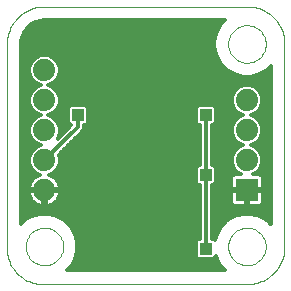
<source format=gbl>
G75*
G70*
%OFA0B0*%
%FSLAX24Y24*%
%IPPOS*%
%LPD*%
%AMOC8*
5,1,8,0,0,1.08239X$1,22.5*
%
%ADD10C,0.0000*%
%ADD11C,0.0740*%
%ADD12R,0.0740X0.0740*%
%ADD13C,0.0120*%
%ADD14R,0.0396X0.0396*%
D10*
X000411Y001660D02*
X000409Y001594D01*
X000411Y001528D01*
X000417Y001462D01*
X000426Y001396D01*
X000439Y001331D01*
X000456Y001266D01*
X000476Y001203D01*
X000500Y001141D01*
X000527Y001081D01*
X000558Y001022D01*
X000592Y000964D01*
X000629Y000909D01*
X000669Y000856D01*
X000712Y000806D01*
X000757Y000757D01*
X000806Y000712D01*
X000856Y000669D01*
X000909Y000629D01*
X000964Y000592D01*
X001022Y000558D01*
X001081Y000527D01*
X001141Y000500D01*
X001203Y000476D01*
X001266Y000456D01*
X001331Y000439D01*
X001396Y000426D01*
X001462Y000417D01*
X001528Y000411D01*
X001594Y000409D01*
X001660Y000411D01*
X001660Y000410D02*
X008410Y000410D01*
X008478Y000412D01*
X008545Y000417D01*
X008612Y000426D01*
X008679Y000439D01*
X008744Y000456D01*
X008809Y000475D01*
X008873Y000499D01*
X008935Y000526D01*
X008996Y000556D01*
X009054Y000589D01*
X009111Y000625D01*
X009166Y000665D01*
X009219Y000707D01*
X009270Y000753D01*
X009317Y000800D01*
X009363Y000851D01*
X009405Y000904D01*
X009445Y000959D01*
X009481Y001016D01*
X009514Y001074D01*
X009544Y001135D01*
X009571Y001197D01*
X009595Y001261D01*
X009614Y001326D01*
X009631Y001391D01*
X009644Y001458D01*
X009653Y001525D01*
X009658Y001592D01*
X009660Y001660D01*
X009660Y008410D01*
X009658Y008478D01*
X009653Y008545D01*
X009644Y008612D01*
X009631Y008679D01*
X009614Y008744D01*
X009595Y008809D01*
X009571Y008873D01*
X009544Y008935D01*
X009514Y008996D01*
X009481Y009054D01*
X009445Y009111D01*
X009405Y009166D01*
X009363Y009219D01*
X009317Y009270D01*
X009270Y009317D01*
X009219Y009363D01*
X009166Y009405D01*
X009111Y009445D01*
X009054Y009481D01*
X008996Y009514D01*
X008935Y009544D01*
X008873Y009571D01*
X008809Y009595D01*
X008744Y009614D01*
X008679Y009631D01*
X008612Y009644D01*
X008545Y009653D01*
X008478Y009658D01*
X008410Y009660D01*
X001660Y009660D01*
X001592Y009658D01*
X001525Y009653D01*
X001458Y009644D01*
X001391Y009631D01*
X001326Y009614D01*
X001261Y009595D01*
X001197Y009571D01*
X001135Y009544D01*
X001074Y009514D01*
X001016Y009481D01*
X000959Y009445D01*
X000904Y009405D01*
X000851Y009363D01*
X000800Y009317D01*
X000753Y009270D01*
X000707Y009219D01*
X000665Y009166D01*
X000625Y009111D01*
X000589Y009054D01*
X000556Y008996D01*
X000526Y008935D01*
X000499Y008873D01*
X000475Y008809D01*
X000456Y008744D01*
X000439Y008679D01*
X000426Y008612D01*
X000417Y008545D01*
X000412Y008478D01*
X000410Y008410D01*
X000410Y001660D01*
X001035Y001660D02*
X001037Y001710D01*
X001043Y001759D01*
X001053Y001808D01*
X001066Y001855D01*
X001084Y001902D01*
X001105Y001947D01*
X001129Y001990D01*
X001157Y002031D01*
X001188Y002070D01*
X001222Y002106D01*
X001259Y002140D01*
X001299Y002170D01*
X001340Y002197D01*
X001384Y002221D01*
X001429Y002241D01*
X001476Y002257D01*
X001524Y002270D01*
X001573Y002279D01*
X001623Y002284D01*
X001672Y002285D01*
X001722Y002282D01*
X001771Y002275D01*
X001820Y002264D01*
X001867Y002250D01*
X001913Y002231D01*
X001958Y002209D01*
X002001Y002184D01*
X002041Y002155D01*
X002079Y002123D01*
X002115Y002089D01*
X002148Y002051D01*
X002177Y002011D01*
X002203Y001969D01*
X002226Y001925D01*
X002245Y001879D01*
X002261Y001832D01*
X002273Y001783D01*
X002281Y001734D01*
X002285Y001685D01*
X002285Y001635D01*
X002281Y001586D01*
X002273Y001537D01*
X002261Y001488D01*
X002245Y001441D01*
X002226Y001395D01*
X002203Y001351D01*
X002177Y001309D01*
X002148Y001269D01*
X002115Y001231D01*
X002079Y001197D01*
X002041Y001165D01*
X002001Y001136D01*
X001958Y001111D01*
X001913Y001089D01*
X001867Y001070D01*
X001820Y001056D01*
X001771Y001045D01*
X001722Y001038D01*
X001672Y001035D01*
X001623Y001036D01*
X001573Y001041D01*
X001524Y001050D01*
X001476Y001063D01*
X001429Y001079D01*
X001384Y001099D01*
X001340Y001123D01*
X001299Y001150D01*
X001259Y001180D01*
X001222Y001214D01*
X001188Y001250D01*
X001157Y001289D01*
X001129Y001330D01*
X001105Y001373D01*
X001084Y001418D01*
X001066Y001465D01*
X001053Y001512D01*
X001043Y001561D01*
X001037Y001610D01*
X001035Y001660D01*
X007785Y001660D02*
X007787Y001710D01*
X007793Y001759D01*
X007803Y001808D01*
X007816Y001855D01*
X007834Y001902D01*
X007855Y001947D01*
X007879Y001990D01*
X007907Y002031D01*
X007938Y002070D01*
X007972Y002106D01*
X008009Y002140D01*
X008049Y002170D01*
X008090Y002197D01*
X008134Y002221D01*
X008179Y002241D01*
X008226Y002257D01*
X008274Y002270D01*
X008323Y002279D01*
X008373Y002284D01*
X008422Y002285D01*
X008472Y002282D01*
X008521Y002275D01*
X008570Y002264D01*
X008617Y002250D01*
X008663Y002231D01*
X008708Y002209D01*
X008751Y002184D01*
X008791Y002155D01*
X008829Y002123D01*
X008865Y002089D01*
X008898Y002051D01*
X008927Y002011D01*
X008953Y001969D01*
X008976Y001925D01*
X008995Y001879D01*
X009011Y001832D01*
X009023Y001783D01*
X009031Y001734D01*
X009035Y001685D01*
X009035Y001635D01*
X009031Y001586D01*
X009023Y001537D01*
X009011Y001488D01*
X008995Y001441D01*
X008976Y001395D01*
X008953Y001351D01*
X008927Y001309D01*
X008898Y001269D01*
X008865Y001231D01*
X008829Y001197D01*
X008791Y001165D01*
X008751Y001136D01*
X008708Y001111D01*
X008663Y001089D01*
X008617Y001070D01*
X008570Y001056D01*
X008521Y001045D01*
X008472Y001038D01*
X008422Y001035D01*
X008373Y001036D01*
X008323Y001041D01*
X008274Y001050D01*
X008226Y001063D01*
X008179Y001079D01*
X008134Y001099D01*
X008090Y001123D01*
X008049Y001150D01*
X008009Y001180D01*
X007972Y001214D01*
X007938Y001250D01*
X007907Y001289D01*
X007879Y001330D01*
X007855Y001373D01*
X007834Y001418D01*
X007816Y001465D01*
X007803Y001512D01*
X007793Y001561D01*
X007787Y001610D01*
X007785Y001660D01*
X007785Y008410D02*
X007787Y008460D01*
X007793Y008509D01*
X007803Y008558D01*
X007816Y008605D01*
X007834Y008652D01*
X007855Y008697D01*
X007879Y008740D01*
X007907Y008781D01*
X007938Y008820D01*
X007972Y008856D01*
X008009Y008890D01*
X008049Y008920D01*
X008090Y008947D01*
X008134Y008971D01*
X008179Y008991D01*
X008226Y009007D01*
X008274Y009020D01*
X008323Y009029D01*
X008373Y009034D01*
X008422Y009035D01*
X008472Y009032D01*
X008521Y009025D01*
X008570Y009014D01*
X008617Y009000D01*
X008663Y008981D01*
X008708Y008959D01*
X008751Y008934D01*
X008791Y008905D01*
X008829Y008873D01*
X008865Y008839D01*
X008898Y008801D01*
X008927Y008761D01*
X008953Y008719D01*
X008976Y008675D01*
X008995Y008629D01*
X009011Y008582D01*
X009023Y008533D01*
X009031Y008484D01*
X009035Y008435D01*
X009035Y008385D01*
X009031Y008336D01*
X009023Y008287D01*
X009011Y008238D01*
X008995Y008191D01*
X008976Y008145D01*
X008953Y008101D01*
X008927Y008059D01*
X008898Y008019D01*
X008865Y007981D01*
X008829Y007947D01*
X008791Y007915D01*
X008751Y007886D01*
X008708Y007861D01*
X008663Y007839D01*
X008617Y007820D01*
X008570Y007806D01*
X008521Y007795D01*
X008472Y007788D01*
X008422Y007785D01*
X008373Y007786D01*
X008323Y007791D01*
X008274Y007800D01*
X008226Y007813D01*
X008179Y007829D01*
X008134Y007849D01*
X008090Y007873D01*
X008049Y007900D01*
X008009Y007930D01*
X007972Y007964D01*
X007938Y008000D01*
X007907Y008039D01*
X007879Y008080D01*
X007855Y008123D01*
X007834Y008168D01*
X007816Y008215D01*
X007803Y008262D01*
X007793Y008311D01*
X007787Y008360D01*
X007785Y008410D01*
D11*
X008410Y006535D03*
X008410Y005535D03*
X008410Y004535D03*
X001660Y004535D03*
X001660Y005535D03*
X001660Y006535D03*
X001660Y007535D03*
X001660Y003535D03*
D12*
X008410Y003535D03*
D13*
X008370Y003575D02*
X008370Y003495D01*
X007880Y003495D01*
X007880Y003144D01*
X007891Y003103D01*
X007912Y003067D01*
X007942Y003037D01*
X007978Y003016D01*
X008019Y003005D01*
X008370Y003005D01*
X008370Y003495D01*
X008450Y003495D01*
X008450Y003575D01*
X008940Y003575D01*
X008940Y003926D01*
X008929Y003967D01*
X008908Y004003D01*
X008878Y004033D01*
X008842Y004054D01*
X008801Y004065D01*
X008608Y004065D01*
X008699Y004103D01*
X008842Y004246D01*
X008920Y004434D01*
X008920Y004636D01*
X008842Y004824D01*
X008699Y004967D01*
X008536Y005035D01*
X008699Y005103D01*
X008842Y005246D01*
X008920Y005434D01*
X008920Y005636D01*
X008842Y005824D01*
X008699Y005967D01*
X008536Y006035D01*
X008699Y006103D01*
X008842Y006246D01*
X008920Y006434D01*
X008920Y006636D01*
X008842Y006824D01*
X008699Y006967D01*
X008511Y007045D01*
X008309Y007045D01*
X008121Y006967D01*
X007978Y006824D01*
X007900Y006636D01*
X007900Y006434D01*
X007978Y006246D01*
X008121Y006103D01*
X008284Y006035D01*
X008121Y005967D01*
X007978Y005824D01*
X007900Y005636D01*
X007900Y005434D01*
X007978Y005246D01*
X008121Y005103D01*
X008284Y005035D01*
X008121Y004967D01*
X007978Y004824D01*
X007900Y004636D01*
X007900Y004434D01*
X007978Y004246D01*
X008121Y004103D01*
X008212Y004065D01*
X008019Y004065D01*
X007978Y004054D01*
X007942Y004033D01*
X007912Y004003D01*
X007891Y003967D01*
X007880Y003926D01*
X007880Y003575D01*
X008370Y003575D01*
X008370Y003491D02*
X008450Y003491D01*
X008450Y003495D02*
X008450Y003005D01*
X008801Y003005D01*
X008842Y003016D01*
X008878Y003037D01*
X008908Y003067D01*
X008929Y003103D01*
X008940Y003144D01*
X008940Y003495D01*
X008450Y003495D01*
X008450Y003373D02*
X008370Y003373D01*
X008370Y003254D02*
X008450Y003254D01*
X008450Y003136D02*
X008370Y003136D01*
X008370Y003017D02*
X008450Y003017D01*
X008553Y002745D02*
X008267Y002745D01*
X007991Y002671D01*
X007744Y002528D01*
X007542Y002326D01*
X007399Y002079D01*
X007341Y001863D01*
X007291Y001913D01*
X007235Y001913D01*
X007235Y003697D01*
X007291Y003697D01*
X007373Y003779D01*
X007373Y004291D01*
X007291Y004373D01*
X007235Y004373D01*
X007235Y005697D01*
X007291Y005697D01*
X007373Y005779D01*
X007373Y006291D01*
X007291Y006373D01*
X006779Y006373D01*
X006697Y006291D01*
X006697Y005779D01*
X006779Y005697D01*
X006835Y005697D01*
X006835Y004373D01*
X006779Y004373D01*
X006697Y004291D01*
X006697Y003779D01*
X006779Y003697D01*
X006835Y003697D01*
X006835Y001913D01*
X006779Y001913D01*
X006697Y001831D01*
X006697Y001319D01*
X006779Y001237D01*
X007291Y001237D01*
X007373Y001319D01*
X007373Y001338D01*
X007399Y001241D01*
X007542Y000994D01*
X007666Y000870D01*
X002404Y000870D01*
X002528Y000994D01*
X002671Y001241D01*
X002745Y001517D01*
X002745Y001803D01*
X002671Y002079D01*
X002528Y002326D01*
X002326Y002528D01*
X002079Y002671D01*
X001803Y002745D01*
X001517Y002745D01*
X001241Y002671D01*
X000994Y002528D01*
X000870Y002404D01*
X000870Y008410D01*
X000877Y008513D01*
X000930Y008712D01*
X001033Y008891D01*
X001179Y009037D01*
X001358Y009140D01*
X001557Y009193D01*
X001660Y009200D01*
X007666Y009200D01*
X007542Y009076D01*
X007399Y008829D01*
X007325Y008553D01*
X007325Y008267D01*
X007399Y007991D01*
X007542Y007744D01*
X007744Y007542D01*
X007991Y007399D01*
X008267Y007325D01*
X008553Y007325D01*
X008829Y007399D01*
X009076Y007542D01*
X009200Y007666D01*
X009200Y002404D01*
X009076Y002528D01*
X008829Y002671D01*
X008553Y002745D01*
X008845Y002662D02*
X009200Y002662D01*
X009200Y002780D02*
X007235Y002780D01*
X007235Y002662D02*
X007975Y002662D01*
X007769Y002543D02*
X007235Y002543D01*
X007235Y002425D02*
X007640Y002425D01*
X007530Y002306D02*
X007235Y002306D01*
X007235Y002188D02*
X007462Y002188D01*
X007396Y002069D02*
X007235Y002069D01*
X007235Y001951D02*
X007365Y001951D01*
X007035Y001575D02*
X007035Y004035D01*
X007035Y006035D01*
X006697Y005980D02*
X003123Y005980D01*
X003123Y006098D02*
X006697Y006098D01*
X006697Y006217D02*
X003123Y006217D01*
X003123Y006291D02*
X003041Y006373D01*
X002529Y006373D01*
X002447Y006291D01*
X002447Y005779D01*
X002529Y005697D01*
X002539Y005697D01*
X002095Y005253D01*
X002170Y005434D01*
X002170Y005636D01*
X002092Y005824D01*
X001949Y005967D01*
X001786Y006035D01*
X001949Y006103D01*
X002092Y006246D01*
X002170Y006434D01*
X002170Y006636D01*
X002092Y006824D01*
X001949Y006967D01*
X001786Y007035D01*
X001949Y007103D01*
X002092Y007246D01*
X002170Y007434D01*
X002170Y007636D01*
X002092Y007824D01*
X001949Y007967D01*
X001761Y008045D01*
X001559Y008045D01*
X001371Y007967D01*
X001228Y007824D01*
X001150Y007636D01*
X001150Y007434D01*
X001228Y007246D01*
X001371Y007103D01*
X001534Y007035D01*
X001371Y006967D01*
X001228Y006824D01*
X001150Y006636D01*
X001150Y006434D01*
X001228Y006246D01*
X001371Y006103D01*
X001534Y006035D01*
X001371Y005967D01*
X001228Y005824D01*
X001150Y005636D01*
X001150Y005434D01*
X001228Y005246D01*
X001371Y005103D01*
X001534Y005035D01*
X001371Y004967D01*
X001228Y004824D01*
X001150Y004636D01*
X001150Y004434D01*
X001228Y004246D01*
X001371Y004103D01*
X001512Y004044D01*
X001457Y004026D01*
X001382Y003988D01*
X001315Y003939D01*
X001256Y003880D01*
X001207Y003813D01*
X001169Y003738D01*
X001143Y003659D01*
X001130Y003577D01*
X001130Y003575D01*
X001620Y003575D01*
X001620Y003495D01*
X001700Y003495D01*
X001700Y003575D01*
X002190Y003575D01*
X002190Y003577D01*
X002177Y003659D01*
X002151Y003738D01*
X002113Y003813D01*
X002064Y003880D01*
X002005Y003939D01*
X001938Y003988D01*
X001863Y004026D01*
X001808Y004044D01*
X001949Y004103D01*
X002092Y004246D01*
X002170Y004434D01*
X002170Y004636D01*
X002133Y004725D01*
X002868Y005460D01*
X002985Y005577D01*
X002985Y005697D01*
X003041Y005697D01*
X003123Y005779D01*
X003123Y006291D01*
X003079Y006335D02*
X006741Y006335D01*
X006697Y005861D02*
X003123Y005861D01*
X003087Y005743D02*
X006733Y005743D01*
X006835Y005624D02*
X002985Y005624D01*
X002913Y005506D02*
X006835Y005506D01*
X006835Y005387D02*
X002795Y005387D01*
X002676Y005269D02*
X006835Y005269D01*
X006835Y005150D02*
X002558Y005150D01*
X002439Y005032D02*
X006835Y005032D01*
X006835Y004913D02*
X002321Y004913D01*
X002202Y004795D02*
X006835Y004795D01*
X006835Y004676D02*
X002154Y004676D01*
X002170Y004558D02*
X006835Y004558D01*
X006835Y004439D02*
X002170Y004439D01*
X002123Y004321D02*
X006726Y004321D01*
X006697Y004202D02*
X002048Y004202D01*
X001903Y004084D02*
X006697Y004084D01*
X006697Y003965D02*
X001970Y003965D01*
X002089Y003847D02*
X006697Y003847D01*
X006748Y003728D02*
X002155Y003728D01*
X002185Y003610D02*
X006835Y003610D01*
X006835Y003491D02*
X002190Y003491D01*
X002190Y003493D02*
X002190Y003495D01*
X001700Y003495D01*
X001700Y003005D01*
X001702Y003005D01*
X001784Y003018D01*
X001863Y003044D01*
X001938Y003082D01*
X002005Y003131D01*
X002064Y003190D01*
X002113Y003257D01*
X002151Y003332D01*
X002177Y003411D01*
X002190Y003493D01*
X002164Y003373D02*
X006835Y003373D01*
X006835Y003254D02*
X002111Y003254D01*
X002010Y003136D02*
X006835Y003136D01*
X006835Y003017D02*
X001778Y003017D01*
X001700Y003017D02*
X001620Y003017D01*
X001620Y003005D02*
X001620Y003495D01*
X001130Y003495D01*
X001130Y003493D01*
X001143Y003411D01*
X001169Y003332D01*
X001207Y003257D01*
X001256Y003190D01*
X001315Y003131D01*
X001382Y003082D01*
X001457Y003044D01*
X001536Y003018D01*
X001618Y003005D01*
X001620Y003005D01*
X001542Y003017D02*
X000870Y003017D01*
X000870Y002899D02*
X006835Y002899D01*
X006835Y002780D02*
X000870Y002780D01*
X000870Y002662D02*
X001225Y002662D01*
X001019Y002543D02*
X000870Y002543D01*
X000870Y002425D02*
X000890Y002425D01*
X000870Y003136D02*
X001310Y003136D01*
X001209Y003254D02*
X000870Y003254D01*
X000870Y003373D02*
X001156Y003373D01*
X001130Y003491D02*
X000870Y003491D01*
X000870Y003610D02*
X001135Y003610D01*
X001165Y003728D02*
X000870Y003728D01*
X000870Y003847D02*
X001231Y003847D01*
X001350Y003965D02*
X000870Y003965D01*
X000870Y004084D02*
X001417Y004084D01*
X001272Y004202D02*
X000870Y004202D01*
X000870Y004321D02*
X001197Y004321D01*
X001150Y004439D02*
X000870Y004439D01*
X000870Y004558D02*
X001150Y004558D01*
X001166Y004676D02*
X000870Y004676D01*
X000870Y004795D02*
X001215Y004795D01*
X001317Y004913D02*
X000870Y004913D01*
X000870Y005032D02*
X001526Y005032D01*
X001324Y005150D02*
X000870Y005150D01*
X000870Y005269D02*
X001218Y005269D01*
X001169Y005387D02*
X000870Y005387D01*
X000870Y005506D02*
X001150Y005506D01*
X001150Y005624D02*
X000870Y005624D01*
X000870Y005743D02*
X001194Y005743D01*
X001265Y005861D02*
X000870Y005861D01*
X000870Y005980D02*
X001400Y005980D01*
X001382Y006098D02*
X000870Y006098D01*
X000870Y006217D02*
X001257Y006217D01*
X001191Y006335D02*
X000870Y006335D01*
X000870Y006454D02*
X001150Y006454D01*
X001150Y006572D02*
X000870Y006572D01*
X000870Y006691D02*
X001172Y006691D01*
X001221Y006809D02*
X000870Y006809D01*
X000870Y006928D02*
X001331Y006928D01*
X001508Y007046D02*
X000870Y007046D01*
X000870Y007165D02*
X001309Y007165D01*
X001212Y007283D02*
X000870Y007283D01*
X000870Y007402D02*
X001163Y007402D01*
X001150Y007520D02*
X000870Y007520D01*
X000870Y007639D02*
X001151Y007639D01*
X001200Y007757D02*
X000870Y007757D01*
X000870Y007876D02*
X001279Y007876D01*
X001435Y007994D02*
X000870Y007994D01*
X000870Y008113D02*
X007366Y008113D01*
X007335Y008231D02*
X000870Y008231D01*
X000870Y008350D02*
X007325Y008350D01*
X007325Y008468D02*
X000874Y008468D01*
X000896Y008587D02*
X007334Y008587D01*
X007366Y008705D02*
X000928Y008705D01*
X000994Y008824D02*
X007398Y008824D01*
X007464Y008942D02*
X001084Y008942D01*
X001220Y009061D02*
X007533Y009061D01*
X007645Y009179D02*
X001504Y009179D01*
X001885Y007994D02*
X007398Y007994D01*
X007466Y007876D02*
X002041Y007876D01*
X002120Y007757D02*
X007534Y007757D01*
X007647Y007639D02*
X002169Y007639D01*
X002170Y007520D02*
X007781Y007520D01*
X007987Y007402D02*
X002157Y007402D01*
X002108Y007283D02*
X009200Y007283D01*
X009200Y007165D02*
X002011Y007165D01*
X001812Y007046D02*
X009200Y007046D01*
X009200Y006928D02*
X008739Y006928D01*
X008849Y006809D02*
X009200Y006809D01*
X009200Y006691D02*
X008898Y006691D01*
X008920Y006572D02*
X009200Y006572D01*
X009200Y006454D02*
X008920Y006454D01*
X008879Y006335D02*
X009200Y006335D01*
X009200Y006217D02*
X008813Y006217D01*
X008688Y006098D02*
X009200Y006098D01*
X009200Y005980D02*
X008670Y005980D01*
X008805Y005861D02*
X009200Y005861D01*
X009200Y005743D02*
X008876Y005743D01*
X008920Y005624D02*
X009200Y005624D01*
X009200Y005506D02*
X008920Y005506D01*
X008901Y005387D02*
X009200Y005387D01*
X009200Y005269D02*
X008852Y005269D01*
X008746Y005150D02*
X009200Y005150D01*
X009200Y005032D02*
X008544Y005032D01*
X008753Y004913D02*
X009200Y004913D01*
X009200Y004795D02*
X008855Y004795D01*
X008904Y004676D02*
X009200Y004676D01*
X009200Y004558D02*
X008920Y004558D01*
X008920Y004439D02*
X009200Y004439D01*
X009200Y004321D02*
X008873Y004321D01*
X008798Y004202D02*
X009200Y004202D01*
X009200Y004084D02*
X008653Y004084D01*
X008930Y003965D02*
X009200Y003965D01*
X009200Y003847D02*
X008940Y003847D01*
X008940Y003728D02*
X009200Y003728D01*
X009200Y003610D02*
X008940Y003610D01*
X008940Y003491D02*
X009200Y003491D01*
X009200Y003373D02*
X008940Y003373D01*
X008940Y003254D02*
X009200Y003254D01*
X009200Y003136D02*
X008938Y003136D01*
X008844Y003017D02*
X009200Y003017D01*
X009200Y002899D02*
X007235Y002899D01*
X007235Y003017D02*
X007976Y003017D01*
X007882Y003136D02*
X007235Y003136D01*
X007235Y003254D02*
X007880Y003254D01*
X007880Y003373D02*
X007235Y003373D01*
X007235Y003491D02*
X007880Y003491D01*
X007880Y003610D02*
X007235Y003610D01*
X007322Y003728D02*
X007880Y003728D01*
X007880Y003847D02*
X007373Y003847D01*
X007373Y003965D02*
X007890Y003965D01*
X008022Y004202D02*
X007373Y004202D01*
X007373Y004084D02*
X008167Y004084D01*
X007947Y004321D02*
X007344Y004321D01*
X007235Y004439D02*
X007900Y004439D01*
X007900Y004558D02*
X007235Y004558D01*
X007235Y004676D02*
X007916Y004676D01*
X007965Y004795D02*
X007235Y004795D01*
X007235Y004913D02*
X008067Y004913D01*
X008276Y005032D02*
X007235Y005032D01*
X007235Y005150D02*
X008074Y005150D01*
X007968Y005269D02*
X007235Y005269D01*
X007235Y005387D02*
X007919Y005387D01*
X007900Y005506D02*
X007235Y005506D01*
X007235Y005624D02*
X007900Y005624D01*
X007944Y005743D02*
X007337Y005743D01*
X007373Y005861D02*
X008015Y005861D01*
X008150Y005980D02*
X007373Y005980D01*
X007373Y006098D02*
X008132Y006098D01*
X008007Y006217D02*
X007373Y006217D01*
X007329Y006335D02*
X007941Y006335D01*
X007900Y006454D02*
X002170Y006454D01*
X002170Y006572D02*
X007900Y006572D01*
X007922Y006691D02*
X002148Y006691D01*
X002099Y006809D02*
X007971Y006809D01*
X008081Y006928D02*
X001989Y006928D01*
X002129Y006335D02*
X002491Y006335D01*
X002447Y006217D02*
X002063Y006217D01*
X001938Y006098D02*
X002447Y006098D01*
X002447Y005980D02*
X001920Y005980D01*
X002055Y005861D02*
X002447Y005861D01*
X002483Y005743D02*
X002126Y005743D01*
X002170Y005624D02*
X002466Y005624D01*
X002348Y005506D02*
X002170Y005506D01*
X002151Y005387D02*
X002229Y005387D01*
X002111Y005269D02*
X002102Y005269D01*
X002785Y005660D02*
X001660Y004535D01*
X001620Y003491D02*
X001700Y003491D01*
X001700Y003373D02*
X001620Y003373D01*
X001620Y003254D02*
X001700Y003254D01*
X001700Y003136D02*
X001620Y003136D01*
X002095Y002662D02*
X006835Y002662D01*
X006835Y002543D02*
X002301Y002543D01*
X002430Y002425D02*
X006835Y002425D01*
X006835Y002306D02*
X002540Y002306D01*
X002608Y002188D02*
X006835Y002188D01*
X006835Y002069D02*
X002674Y002069D01*
X002705Y001951D02*
X006835Y001951D01*
X006697Y001832D02*
X002737Y001832D01*
X002745Y001714D02*
X006697Y001714D01*
X006697Y001595D02*
X002745Y001595D01*
X002734Y001477D02*
X006697Y001477D01*
X006697Y001358D02*
X002702Y001358D01*
X002670Y001240D02*
X006777Y001240D01*
X007293Y001240D02*
X007400Y001240D01*
X007468Y001121D02*
X002602Y001121D01*
X002533Y001003D02*
X007537Y001003D01*
X007652Y000884D02*
X002418Y000884D01*
X002785Y005660D02*
X002785Y006035D01*
X008833Y007402D02*
X009200Y007402D01*
X009200Y007520D02*
X009038Y007520D01*
X009173Y007639D02*
X009200Y007639D01*
X009200Y002543D02*
X009051Y002543D01*
X009180Y002425D02*
X009200Y002425D01*
D14*
X007035Y001575D03*
X006410Y003160D03*
X007035Y004035D03*
X007035Y006035D03*
X006535Y007035D03*
X003785Y004160D03*
X002785Y006035D03*
X002785Y007160D03*
X001410Y008785D03*
X003285Y001535D03*
M02*

</source>
